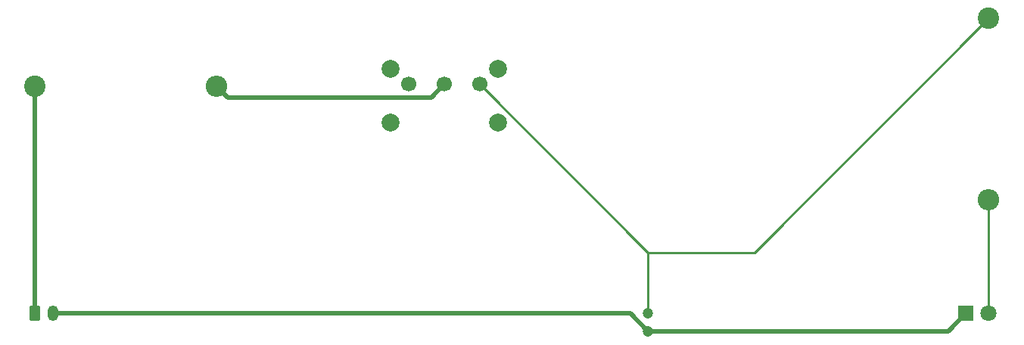
<source format=gbr>
%TF.GenerationSoftware,KiCad,Pcbnew,(6.0.10)*%
%TF.CreationDate,2023-02-17T09:13:03-08:00*%
%TF.ProjectId,exercise 1,65786572-6369-4736-9520-312e6b696361,rev?*%
%TF.SameCoordinates,Original*%
%TF.FileFunction,Copper,L1,Top*%
%TF.FilePolarity,Positive*%
%FSLAX46Y46*%
G04 Gerber Fmt 4.6, Leading zero omitted, Abs format (unit mm)*
G04 Created by KiCad (PCBNEW (6.0.10)) date 2023-02-17 09:13:03*
%MOMM*%
%LPD*%
G01*
G04 APERTURE LIST*
G04 Aperture macros list*
%AMRoundRect*
0 Rectangle with rounded corners*
0 $1 Rounding radius*
0 $2 $3 $4 $5 $6 $7 $8 $9 X,Y pos of 4 corners*
0 Add a 4 corners polygon primitive as box body*
4,1,4,$2,$3,$4,$5,$6,$7,$8,$9,$2,$3,0*
0 Add four circle primitives for the rounded corners*
1,1,$1+$1,$2,$3*
1,1,$1+$1,$4,$5*
1,1,$1+$1,$6,$7*
1,1,$1+$1,$8,$9*
0 Add four rect primitives between the rounded corners*
20,1,$1+$1,$2,$3,$4,$5,0*
20,1,$1+$1,$4,$5,$6,$7,0*
20,1,$1+$1,$6,$7,$8,$9,0*
20,1,$1+$1,$8,$9,$2,$3,0*%
G04 Aperture macros list end*
%TA.AperFunction,ComponentPad*%
%ADD10C,1.200000*%
%TD*%
%TA.AperFunction,ComponentPad*%
%ADD11C,2.400000*%
%TD*%
%TA.AperFunction,ComponentPad*%
%ADD12O,2.400000X2.400000*%
%TD*%
%TA.AperFunction,ComponentPad*%
%ADD13C,2.000000*%
%TD*%
%TA.AperFunction,ComponentPad*%
%ADD14C,1.700000*%
%TD*%
%TA.AperFunction,ComponentPad*%
%ADD15R,1.800000X1.800000*%
%TD*%
%TA.AperFunction,ComponentPad*%
%ADD16C,1.800000*%
%TD*%
%TA.AperFunction,ComponentPad*%
%ADD17RoundRect,0.250000X-0.350000X-0.625000X0.350000X-0.625000X0.350000X0.625000X-0.350000X0.625000X0*%
%TD*%
%TA.AperFunction,ComponentPad*%
%ADD18O,1.200000X1.750000*%
%TD*%
%TA.AperFunction,Conductor*%
%ADD19C,0.254000*%
%TD*%
%TA.AperFunction,Conductor*%
%ADD20C,0.508000*%
%TD*%
G04 APERTURE END LIST*
D10*
%TO.P,C1,1*%
%TO.N,Net-(C1-Pad1)*%
X165100000Y-83820000D03*
%TO.P,C1,2*%
%TO.N,Net-(C1-Pad2)*%
X165100000Y-85820000D03*
%TD*%
D11*
%TO.P,R2,1*%
%TO.N,Net-(J1-Pad1)*%
X96520000Y-58420000D03*
D12*
%TO.P,R2,2*%
%TO.N,Net-(R2-Pad2)*%
X116840000Y-58420000D03*
%TD*%
D13*
%TO.P,SW1,*%
%TO.N,*%
X148282500Y-56417500D03*
X136282500Y-62417500D03*
X148282500Y-62417500D03*
X136282500Y-56417500D03*
D14*
%TO.P,SW1,1,A*%
%TO.N,unconnected-(SW1-Pad1)*%
X138282500Y-58167500D03*
%TO.P,SW1,2,B*%
%TO.N,Net-(R2-Pad2)*%
X142282500Y-58167500D03*
%TO.P,SW1,3,C*%
%TO.N,Net-(C1-Pad1)*%
X146282500Y-58167500D03*
%TD*%
D15*
%TO.P,D1,1,K*%
%TO.N,Net-(C1-Pad2)*%
X200660000Y-83820000D03*
D16*
%TO.P,D1,2,A*%
%TO.N,Net-(D1-Pad2)*%
X203200000Y-83820000D03*
%TD*%
D11*
%TO.P,R1,1*%
%TO.N,Net-(C1-Pad1)*%
X203200000Y-50800000D03*
D12*
%TO.P,R1,2*%
%TO.N,Net-(D1-Pad2)*%
X203200000Y-71120000D03*
%TD*%
D17*
%TO.P,J1,1,Pin_1*%
%TO.N,Net-(J1-Pad1)*%
X96520000Y-83820000D03*
D18*
%TO.P,J1,2,Pin_2*%
%TO.N,Net-(C1-Pad2)*%
X98520000Y-83820000D03*
%TD*%
D19*
%TO.N,Net-(C1-Pad1)*%
X165100000Y-76985000D02*
X165100000Y-83820000D01*
X177015000Y-76985000D02*
X203200000Y-50800000D01*
X165100000Y-76985000D02*
X177015000Y-76985000D01*
X146282500Y-58167500D02*
X165100000Y-76985000D01*
D20*
%TO.N,Net-(C1-Pad2)*%
X98520000Y-83820000D02*
X163100000Y-83820000D01*
X163100000Y-83820000D02*
X165100000Y-85820000D01*
X198660000Y-85820000D02*
X200660000Y-83820000D01*
X165100000Y-85820000D02*
X198660000Y-85820000D01*
D19*
%TO.N,Net-(D1-Pad2)*%
X203200000Y-71120000D02*
X203200000Y-83820000D01*
D20*
%TO.N,Net-(J1-Pad1)*%
X96520000Y-58420000D02*
X96520000Y-83820000D01*
%TO.N,Net-(R2-Pad2)*%
X140830000Y-59620000D02*
X142282500Y-58167500D01*
X116840000Y-58420000D02*
X118040000Y-59620000D01*
X118040000Y-59620000D02*
X140830000Y-59620000D01*
%TD*%
M02*

</source>
